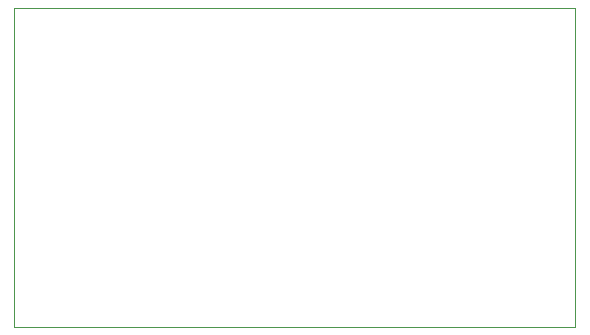
<source format=gbr>
%TF.GenerationSoftware,KiCad,Pcbnew,8.0.6*%
%TF.CreationDate,2024-11-07T23:38:59+00:00*%
%TF.ProjectId,pin_interface_circuit,70696e5f-696e-4746-9572-666163655f63,rev?*%
%TF.SameCoordinates,Original*%
%TF.FileFunction,Profile,NP*%
%FSLAX46Y46*%
G04 Gerber Fmt 4.6, Leading zero omitted, Abs format (unit mm)*
G04 Created by KiCad (PCBNEW 8.0.6) date 2024-11-07 23:38:59*
%MOMM*%
%LPD*%
G01*
G04 APERTURE LIST*
%TA.AperFunction,Profile*%
%ADD10C,0.050000*%
%TD*%
G04 APERTURE END LIST*
D10*
X106500000Y-71500000D02*
X154000000Y-71500000D01*
X154000000Y-98500000D01*
X106500000Y-98500000D01*
X106500000Y-71500000D01*
M02*

</source>
